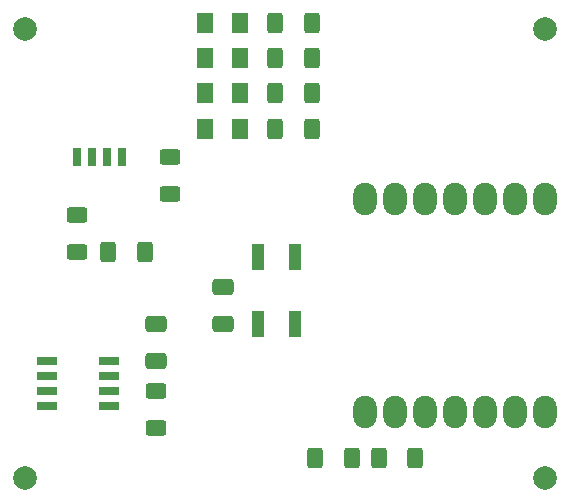
<source format=gbr>
%TF.GenerationSoftware,KiCad,Pcbnew,7.0.5*%
%TF.CreationDate,2023-10-11T12:23:55-04:00*%
%TF.ProjectId,Board_To_Be_Tested,426f6172-645f-4546-9f5f-42655f546573,rev?*%
%TF.SameCoordinates,Original*%
%TF.FileFunction,Soldermask,Top*%
%TF.FilePolarity,Negative*%
%FSLAX46Y46*%
G04 Gerber Fmt 4.6, Leading zero omitted, Abs format (unit mm)*
G04 Created by KiCad (PCBNEW 7.0.5) date 2023-10-11 12:23:55*
%MOMM*%
%LPD*%
G01*
G04 APERTURE LIST*
G04 Aperture macros list*
%AMRoundRect*
0 Rectangle with rounded corners*
0 $1 Rounding radius*
0 $2 $3 $4 $5 $6 $7 $8 $9 X,Y pos of 4 corners*
0 Add a 4 corners polygon primitive as box body*
4,1,4,$2,$3,$4,$5,$6,$7,$8,$9,$2,$3,0*
0 Add four circle primitives for the rounded corners*
1,1,$1+$1,$2,$3*
1,1,$1+$1,$4,$5*
1,1,$1+$1,$6,$7*
1,1,$1+$1,$8,$9*
0 Add four rect primitives between the rounded corners*
20,1,$1+$1,$2,$3,$4,$5,0*
20,1,$1+$1,$4,$5,$6,$7,0*
20,1,$1+$1,$6,$7,$8,$9,0*
20,1,$1+$1,$8,$9,$2,$3,0*%
G04 Aperture macros list end*
%ADD10C,2.000000*%
%ADD11RoundRect,0.250000X0.625000X-0.400000X0.625000X0.400000X-0.625000X0.400000X-0.625000X-0.400000X0*%
%ADD12RoundRect,0.250000X-0.400000X-0.625000X0.400000X-0.625000X0.400000X0.625000X-0.400000X0.625000X0*%
%ADD13RoundRect,0.250001X-0.462499X-0.624999X0.462499X-0.624999X0.462499X0.624999X-0.462499X0.624999X0*%
%ADD14RoundRect,0.250000X0.650000X-0.412500X0.650000X0.412500X-0.650000X0.412500X-0.650000X-0.412500X0*%
%ADD15R,1.000000X2.300000*%
%ADD16R,1.800000X0.800000*%
%ADD17RoundRect,1.000000X0.000000X0.375000X0.000000X-0.375000X0.000000X-0.375000X0.000000X0.375000X0*%
%ADD18R,0.700000X1.600000*%
G04 APERTURE END LIST*
D10*
%TO.C,FID1*%
X128000000Y-67000000D03*
%TD*%
D11*
%TO.C,R7*%
X139050000Y-100750000D03*
X139050000Y-97650000D03*
%TD*%
%TO.C,R8*%
X132400000Y-85840000D03*
X132400000Y-82740000D03*
%TD*%
D12*
%TO.C,R5*%
X152550000Y-103300000D03*
X155650000Y-103300000D03*
%TD*%
D10*
%TO.C,FID2*%
X172000000Y-67000000D03*
%TD*%
D13*
%TO.C,D3*%
X143195000Y-69420000D03*
X146170000Y-69420000D03*
%TD*%
D12*
%TO.C,R1*%
X149132500Y-66420000D03*
X152232500Y-66420000D03*
%TD*%
D10*
%TO.C,FID4*%
X172000000Y-105000000D03*
%TD*%
D12*
%TO.C,R4*%
X157900000Y-103300000D03*
X161000000Y-103300000D03*
%TD*%
%TO.C,R2*%
X149132500Y-69420000D03*
X152232500Y-69420000D03*
%TD*%
D14*
%TO.C,C2*%
X144730000Y-91962500D03*
X144730000Y-88837500D03*
%TD*%
D13*
%TO.C,D4*%
X143195000Y-72420000D03*
X146170000Y-72420000D03*
%TD*%
D12*
%TO.C,R6*%
X149132500Y-75420000D03*
X152232500Y-75420000D03*
%TD*%
D13*
%TO.C,D5*%
X143195000Y-75420000D03*
X146170000Y-75420000D03*
%TD*%
D15*
%TO.C,D1*%
X150860000Y-86280000D03*
X147660000Y-86280000D03*
X147660000Y-91980000D03*
X150860000Y-91980000D03*
%TD*%
D16*
%TO.C,U1*%
X135090000Y-98905000D03*
X135090000Y-97635000D03*
X135090000Y-96365000D03*
X135090000Y-95095000D03*
X129810000Y-95095000D03*
X129810000Y-96365000D03*
X129810000Y-97635000D03*
X129810000Y-98905000D03*
%TD*%
D11*
%TO.C,R9*%
X140210000Y-80930000D03*
X140210000Y-77830000D03*
%TD*%
D17*
%TO.C,U2*%
X172000750Y-81384000D03*
X169460750Y-81384000D03*
X166920750Y-81384000D03*
X164380750Y-81384000D03*
X161840750Y-81384000D03*
X159300750Y-81384000D03*
X156760750Y-81384000D03*
X156760750Y-99384000D03*
X159300750Y-99384000D03*
X161840750Y-99384000D03*
X164380750Y-99384000D03*
X166920750Y-99384000D03*
X169460750Y-99384000D03*
X172000750Y-99384000D03*
%TD*%
D13*
%TO.C,D2*%
X143195000Y-66420000D03*
X146170000Y-66420000D03*
%TD*%
D12*
%TO.C,R10*%
X135000000Y-85820000D03*
X138100000Y-85820000D03*
%TD*%
D10*
%TO.C,FID3*%
X128000000Y-105000000D03*
%TD*%
D14*
%TO.C,C1*%
X139050000Y-95062500D03*
X139050000Y-91937500D03*
%TD*%
D18*
%TO.C,IC1*%
X132390000Y-77800000D03*
X133660000Y-77800000D03*
X134930000Y-77800000D03*
X136200000Y-77800000D03*
%TD*%
D12*
%TO.C,R3*%
X149132500Y-72420000D03*
X152232500Y-72420000D03*
%TD*%
M02*

</source>
